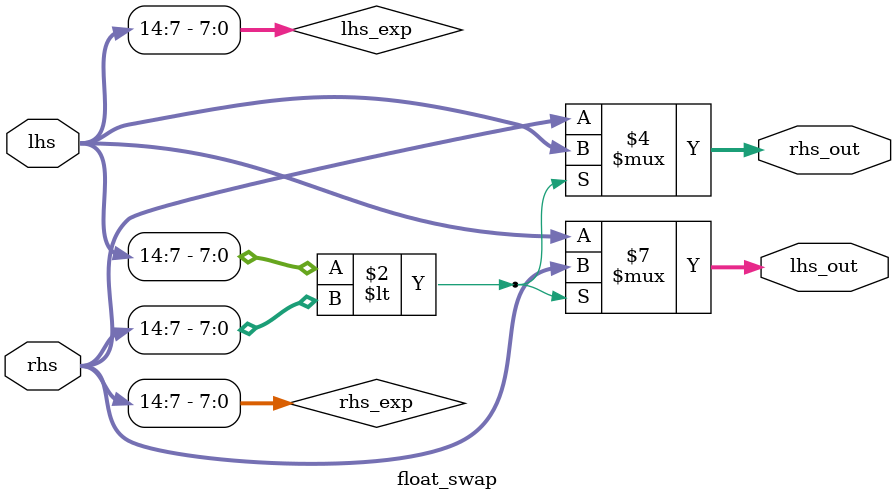
<source format=sv>


`define FLOAT_PARAMS parameter EXP_WIDTH = 8, parameter MAN_WIDTH = 7
`define FLOAT_BIAS_PARAMS `FLOAT_PARAMS, parameter BIAS = -127
`define FLOAT_PRPG_PARAMS .EXP_WIDTH(EXP_WIDTH), .MAN_WIDTH(MAN_WIDTH)
`define FLOAT_PRPG_BIAS_PARAMS `FLOAT_PRPG_PARAMS, .BIAS(BIAS)
`define FLOAT_WIDTH (EXP_WIDTH + MAN_WIDTH + 1)

// `float_swap` ensures that the exponent of `lhs` is the same or greater than that of `rhs`.
module float_swap #(`FLOAT_PARAMS) (
    input       [(`FLOAT_WIDTH - 1) : 0]    lhs,
    input       [(`FLOAT_WIDTH - 1) : 0]    rhs,
    output  reg [(`FLOAT_WIDTH - 1) : 0]    lhs_out,
    output  reg [(`FLOAT_WIDTH - 1) : 0]    rhs_out
);
    wire [(EXP_WIDTH - 1) : 0] lhs_exp, rhs_exp;
    assign lhs_exp = lhs[(`FLOAT_WIDTH - 2) : MAN_WIDTH];
    assign rhs_exp = rhs[(`FLOAT_WIDTH - 2) : MAN_WIDTH];

    always @(*) begin
        if (lhs_exp < rhs_exp) begin
            lhs_out <= rhs;
            rhs_out <= lhs;
        end else begin
            lhs_out <= lhs;
            rhs_out <= rhs;
        end
    end
endmodule
</source>
